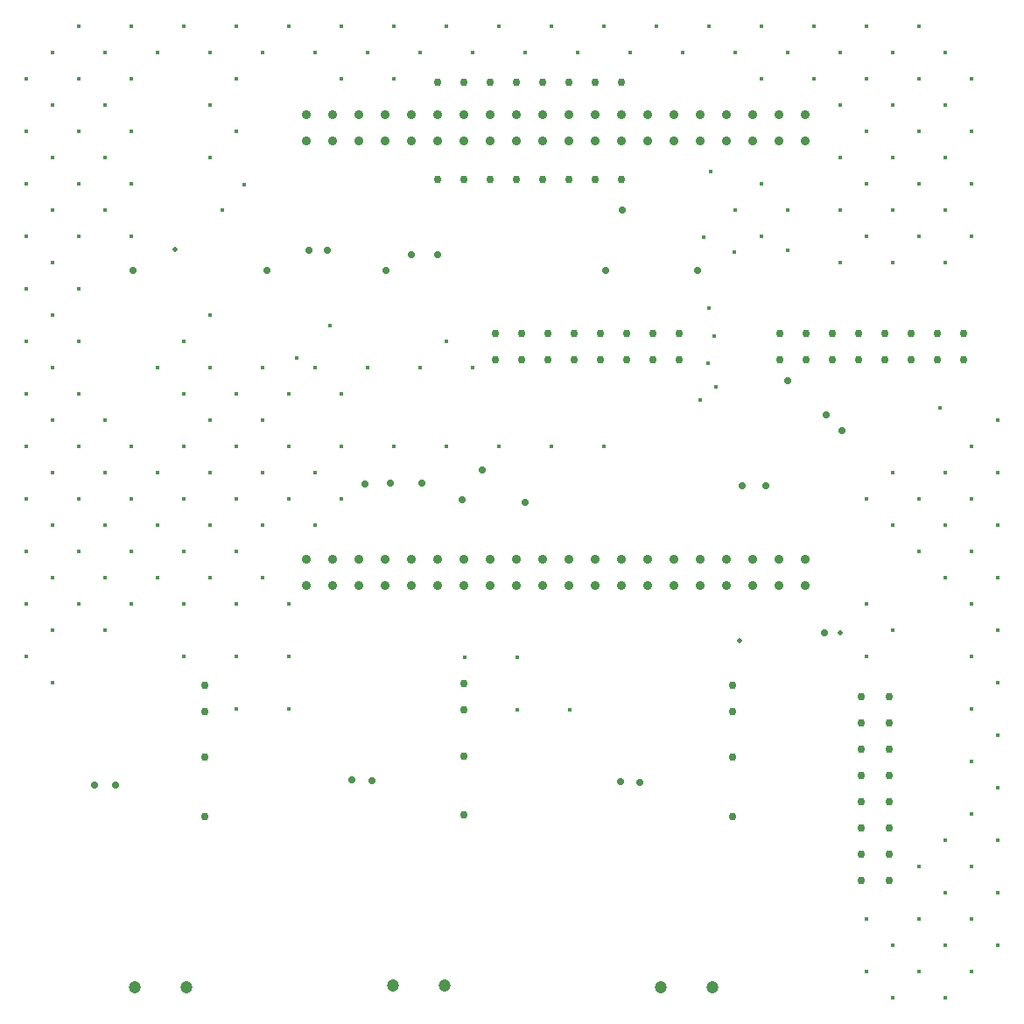
<source format=gbr>
G04 Layer_Color=0*
%FSLAX26Y26*%
%MOIN*%
%TF.FileFunction,Plated,1,2,PTH,Drill*%
%TF.Part,Single*%
G01*
G75*
%TA.AperFunction,ComponentDrill*%
%ADD63C,0.030000*%
%ADD64C,0.030000*%
%ADD65C,0.035433*%
%ADD66C,0.047244*%
%TA.AperFunction,ViaDrill,NotFilled*%
%ADD67C,0.028000*%
%ADD68C,0.020000*%
%ADD69C,0.015748*%
D63*
X3260000Y665000D02*
D03*
Y565000D02*
D03*
Y1165000D02*
D03*
Y1065000D02*
D03*
Y965000D02*
D03*
Y865000D02*
D03*
Y765000D02*
D03*
Y465000D02*
D03*
X3365000Y665000D02*
D03*
Y565000D02*
D03*
Y1165000D02*
D03*
Y1065000D02*
D03*
Y965000D02*
D03*
Y865000D02*
D03*
Y765000D02*
D03*
Y465000D02*
D03*
X1744370Y715591D02*
D03*
Y940000D02*
D03*
Y1115591D02*
D03*
Y1215591D02*
D03*
X760000Y710591D02*
D03*
Y935000D02*
D03*
Y1110591D02*
D03*
Y1210591D02*
D03*
X2770000Y710591D02*
D03*
Y935000D02*
D03*
Y1110591D02*
D03*
Y1210591D02*
D03*
D64*
X2950001Y2550000D02*
D03*
X3250001D02*
D03*
X3350001D02*
D03*
X3450001D02*
D03*
X3550001D02*
D03*
X3650001D02*
D03*
X3050001D02*
D03*
X3150001D02*
D03*
X2950001Y2450000D02*
D03*
X3250001D02*
D03*
X3350001D02*
D03*
X3450001D02*
D03*
X3550001D02*
D03*
X3650001D02*
D03*
X3050001D02*
D03*
X3150001D02*
D03*
X1865001Y2550000D02*
D03*
X2165001D02*
D03*
X2265001D02*
D03*
X2365001D02*
D03*
X2465001D02*
D03*
X2565001D02*
D03*
X1965001D02*
D03*
X2065001D02*
D03*
X1865001Y2450000D02*
D03*
X2165001D02*
D03*
X2265001D02*
D03*
X2365001D02*
D03*
X2465001D02*
D03*
X2565001D02*
D03*
X1965001D02*
D03*
X2065001D02*
D03*
X1845000Y3135000D02*
D03*
X1745000D02*
D03*
X2345000D02*
D03*
X2245000D02*
D03*
X2145000D02*
D03*
X2045000D02*
D03*
X1945000D02*
D03*
X1645000D02*
D03*
X1845000Y3505000D02*
D03*
X1745000D02*
D03*
X2345000D02*
D03*
X2245000D02*
D03*
X2145000D02*
D03*
X2045000D02*
D03*
X1945000D02*
D03*
X1645000D02*
D03*
D65*
X1145000Y1590000D02*
D03*
X1245000D02*
D03*
X1345000D02*
D03*
X1445000D02*
D03*
X1545000D02*
D03*
X1645000D02*
D03*
X1745000D02*
D03*
X1845000D02*
D03*
X1945000D02*
D03*
X2045000D02*
D03*
X2145000D02*
D03*
X2245000D02*
D03*
X2345000D02*
D03*
X2445000D02*
D03*
X2545000D02*
D03*
X2645000D02*
D03*
X2745000D02*
D03*
X2845000D02*
D03*
X2945000D02*
D03*
X3045000D02*
D03*
X1145000Y1690000D02*
D03*
X1245000D02*
D03*
X1345000D02*
D03*
X1445000D02*
D03*
X1545000D02*
D03*
X1645000D02*
D03*
X1745000D02*
D03*
X1845000D02*
D03*
X1945000D02*
D03*
X2045000D02*
D03*
X2145000D02*
D03*
X2245000D02*
D03*
X2345000D02*
D03*
X2445000D02*
D03*
X2545000D02*
D03*
X2645000D02*
D03*
X2745000D02*
D03*
X2845000D02*
D03*
X2945000D02*
D03*
X3045000D02*
D03*
X1145000Y3282913D02*
D03*
X3045000Y3382913D02*
D03*
X2945000D02*
D03*
X2845000D02*
D03*
X2745000D02*
D03*
X2645000D02*
D03*
X2545000D02*
D03*
X2445000D02*
D03*
X2345000D02*
D03*
X2245000D02*
D03*
X2145000D02*
D03*
X2045000D02*
D03*
X1945000D02*
D03*
X1845000D02*
D03*
X1745000D02*
D03*
X1645000D02*
D03*
X1545000D02*
D03*
X1445000D02*
D03*
X1345000D02*
D03*
X1245000D02*
D03*
X1145000D02*
D03*
X3045000Y3282913D02*
D03*
X2945000D02*
D03*
X2845000D02*
D03*
X2745000D02*
D03*
X2645000D02*
D03*
X2545000D02*
D03*
X2445000D02*
D03*
X2345000D02*
D03*
X2245000D02*
D03*
X2145000D02*
D03*
X2045000D02*
D03*
X1945000D02*
D03*
X1845000D02*
D03*
X1745000D02*
D03*
X1645000D02*
D03*
X1545000D02*
D03*
X1445000D02*
D03*
X1345000D02*
D03*
X1245000D02*
D03*
D66*
X2693425Y60000D02*
D03*
X2496575D02*
D03*
X1672795Y65000D02*
D03*
X1475945D02*
D03*
X688425Y60000D02*
D03*
X491575D02*
D03*
D67*
X2635000Y2790000D02*
D03*
X2285000D02*
D03*
X485000D02*
D03*
X1450000D02*
D03*
X995000D02*
D03*
X1645000Y2850000D02*
D03*
X1155000Y2865000D02*
D03*
X2895000Y1970000D02*
D03*
X2805000D02*
D03*
X1740000Y1915000D02*
D03*
X1465000Y1980000D02*
D03*
X1370000Y1975000D02*
D03*
X1585000Y1980000D02*
D03*
X340000Y830000D02*
D03*
X420000D02*
D03*
X1320437Y848933D02*
D03*
X1394370Y845000D02*
D03*
X2415000Y840000D02*
D03*
X2341067Y843933D02*
D03*
X3120000Y1410000D02*
D03*
X3185000Y2180000D02*
D03*
X3125000Y2240000D02*
D03*
X2980000Y2370000D02*
D03*
X1545000Y2850000D02*
D03*
X1225000Y2865000D02*
D03*
X2350000Y3020000D02*
D03*
X1815000Y2030000D02*
D03*
X1980000Y1905000D02*
D03*
D68*
X645000Y2870000D02*
D03*
X2795000Y1380000D02*
D03*
X3180000Y1410000D02*
D03*
D69*
X1110000Y2455000D02*
D03*
X480000Y3720000D02*
D03*
X380000Y3620000D02*
D03*
X280000Y3720000D02*
D03*
X180000Y3620000D02*
D03*
X580000D02*
D03*
X680000Y3720000D02*
D03*
X780000Y3620000D02*
D03*
X880000Y3720000D02*
D03*
X980000Y3620000D02*
D03*
X1080000Y3720000D02*
D03*
X1180000Y3620000D02*
D03*
X1280000Y3720000D02*
D03*
X1380000Y3620000D02*
D03*
X1480000Y3720000D02*
D03*
X1580000Y3620000D02*
D03*
X1680000Y3720000D02*
D03*
X1780000Y3620000D02*
D03*
X1880000Y3720000D02*
D03*
X1980000Y3620000D02*
D03*
X2080000Y3720000D02*
D03*
X2180000Y3620000D02*
D03*
X2280000Y3720000D02*
D03*
X2380000Y3620000D02*
D03*
X2480000Y3720000D02*
D03*
X2580000Y3620000D02*
D03*
X2680000Y3720000D02*
D03*
X2780000Y3620000D02*
D03*
X2880000Y3720000D02*
D03*
X2980000Y3620000D02*
D03*
X3080000Y3720000D02*
D03*
X3180000Y3620000D02*
D03*
X3280000Y3720000D02*
D03*
X3380000Y3620000D02*
D03*
X3480000Y3720000D02*
D03*
X480000Y3520000D02*
D03*
X80000D02*
D03*
X280000D02*
D03*
X380000Y3420000D02*
D03*
X180000D02*
D03*
Y3220000D02*
D03*
X380000D02*
D03*
X280000Y3320000D02*
D03*
X80000D02*
D03*
X480000D02*
D03*
X180000Y3020000D02*
D03*
X380000D02*
D03*
X280000Y3120000D02*
D03*
X80000D02*
D03*
X480000D02*
D03*
X180000Y2820000D02*
D03*
X280000Y2920000D02*
D03*
X80000D02*
D03*
X480000D02*
D03*
X180000Y2620000D02*
D03*
X280000Y2720000D02*
D03*
X80000D02*
D03*
X180000Y2420000D02*
D03*
X280000Y2520000D02*
D03*
X80000D02*
D03*
X180000Y2220000D02*
D03*
X380000D02*
D03*
X280000Y2320000D02*
D03*
X80000D02*
D03*
X180000Y2020000D02*
D03*
X380000D02*
D03*
X280000Y2120000D02*
D03*
X80000D02*
D03*
X480000D02*
D03*
X180000Y1820000D02*
D03*
X380000D02*
D03*
X280000Y1920000D02*
D03*
X80000D02*
D03*
X480000D02*
D03*
X180000Y1620000D02*
D03*
X380000D02*
D03*
X280000Y1720000D02*
D03*
X80000D02*
D03*
X480000D02*
D03*
X180000Y1420000D02*
D03*
X380000D02*
D03*
X280000Y1520000D02*
D03*
X80000D02*
D03*
X480000D02*
D03*
X180000Y1220000D02*
D03*
X80000Y1320000D02*
D03*
X780000Y2020000D02*
D03*
Y2220000D02*
D03*
X680000Y2120000D02*
D03*
X580000Y2420000D02*
D03*
X680000Y2320000D02*
D03*
X1180000Y2020000D02*
D03*
X980000Y2220000D02*
D03*
X1080000Y2120000D02*
D03*
X980000Y2420000D02*
D03*
X1080000Y2320000D02*
D03*
X880000D02*
D03*
X1480000Y2120000D02*
D03*
X1280000D02*
D03*
Y2320000D02*
D03*
X880000Y1520000D02*
D03*
Y1720000D02*
D03*
X680000D02*
D03*
X780000Y1620000D02*
D03*
X680000Y1920000D02*
D03*
X780000Y1820000D02*
D03*
X580000D02*
D03*
Y2020000D02*
D03*
X880000Y1920000D02*
D03*
Y2120000D02*
D03*
X980000Y2020000D02*
D03*
Y1820000D02*
D03*
X1080000Y1920000D02*
D03*
X1180000Y1820000D02*
D03*
X980000Y1620000D02*
D03*
X580000D02*
D03*
X680000Y1520000D02*
D03*
X880000Y1320000D02*
D03*
X1080000Y1120000D02*
D03*
X880000D02*
D03*
X680000Y1320000D02*
D03*
X1080000D02*
D03*
Y1520000D02*
D03*
X1280000Y1920000D02*
D03*
X780000Y2420000D02*
D03*
X680000Y2520000D02*
D03*
X780000Y2620000D02*
D03*
X1180000Y2420000D02*
D03*
X1680000Y2120000D02*
D03*
X1880000D02*
D03*
X2080000D02*
D03*
X2280000D02*
D03*
X1235000Y2580000D02*
D03*
X1380000Y2420000D02*
D03*
X1580000D02*
D03*
X1780000D02*
D03*
X1680000Y2520000D02*
D03*
X880000Y3320000D02*
D03*
X780000Y3220000D02*
D03*
Y3420000D02*
D03*
X880000Y3520000D02*
D03*
X910000Y3115000D02*
D03*
X825000Y3020000D02*
D03*
X3580000Y3220000D02*
D03*
X3180000D02*
D03*
X3380000D02*
D03*
X3580000Y3420000D02*
D03*
X3180000D02*
D03*
X3380000D02*
D03*
X3480000Y3320000D02*
D03*
X3280000D02*
D03*
X3580000Y2820000D02*
D03*
X3180000D02*
D03*
X3380000D02*
D03*
X3580000Y3020000D02*
D03*
X3180000D02*
D03*
X3380000D02*
D03*
X3480000Y2920000D02*
D03*
X3280000D02*
D03*
Y3520000D02*
D03*
X3480000D02*
D03*
X3280000Y3120000D02*
D03*
X3480000D02*
D03*
X3680000Y3320000D02*
D03*
Y3120000D02*
D03*
X3580000Y3620000D02*
D03*
X3680000Y3520000D02*
D03*
X3080000D02*
D03*
X2880000D02*
D03*
Y3120000D02*
D03*
X2980000Y3020000D02*
D03*
X2780000D02*
D03*
X2880000Y2920000D02*
D03*
X2980000Y2865000D02*
D03*
X2775000Y2860000D02*
D03*
X2660000Y2915000D02*
D03*
X2680000Y2645000D02*
D03*
X2700000Y2540000D02*
D03*
X2675000Y2435000D02*
D03*
X2705000Y2345000D02*
D03*
X2645000Y2295000D02*
D03*
X3680000Y2920000D02*
D03*
Y2120000D02*
D03*
X3380000Y2020000D02*
D03*
X3580000D02*
D03*
X3560000Y2265000D02*
D03*
X3480000Y1920000D02*
D03*
X3280000D02*
D03*
X3380000Y1820000D02*
D03*
X3580000D02*
D03*
X3680000Y1920000D02*
D03*
X3780000Y1820000D02*
D03*
X3680000Y1720000D02*
D03*
X3480000D02*
D03*
X3780000Y1620000D02*
D03*
X3580000D02*
D03*
X3680000Y1520000D02*
D03*
X3780000Y1420000D02*
D03*
Y2020000D02*
D03*
Y2220000D02*
D03*
Y1220000D02*
D03*
Y1020000D02*
D03*
X3680000Y1320000D02*
D03*
Y1120000D02*
D03*
Y920000D02*
D03*
Y720000D02*
D03*
X3780000Y820000D02*
D03*
Y620000D02*
D03*
X3680000Y520000D02*
D03*
Y320000D02*
D03*
X3780000Y420000D02*
D03*
Y220000D02*
D03*
X3480000Y320000D02*
D03*
X3580000Y420000D02*
D03*
X3480000Y520000D02*
D03*
X3580000Y620000D02*
D03*
X3280000Y120000D02*
D03*
X3380000Y220000D02*
D03*
X3280000Y320000D02*
D03*
X3580000Y20000D02*
D03*
X3480000Y120000D02*
D03*
X3380000Y20000D02*
D03*
X3680000Y120000D02*
D03*
X3580000Y220000D02*
D03*
X2150000Y1115000D02*
D03*
X1950000D02*
D03*
Y1315000D02*
D03*
X1750000D02*
D03*
X3280000Y1520000D02*
D03*
Y1320000D02*
D03*
X3380000Y1420000D02*
D03*
X1480000Y3520000D02*
D03*
X1280000D02*
D03*
X2685000Y3165000D02*
D03*
%TF.MD5,01e604aba805925b2114a9eaf9a0874b*%
M02*

</source>
